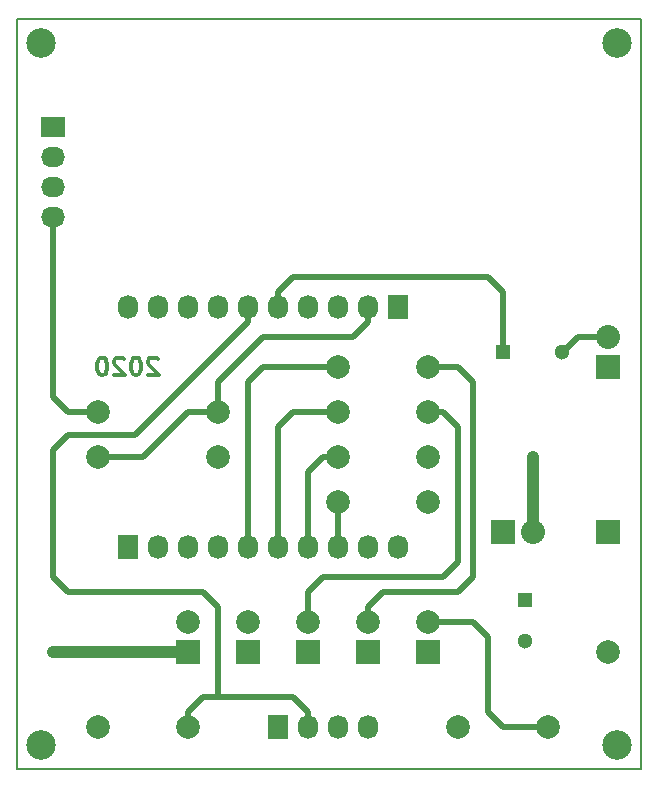
<source format=gbr>
G04 #@! TF.FileFunction,Copper,L2,Bot*
%FSLAX46Y46*%
G04 Gerber Fmt 4.6, Leading zero omitted, Abs format (unit mm)*
G04 Created by KiCad (PCBNEW 4.0.5+dfsg1-4) date Wed Jul 15 16:21:16 2020*
%MOMM*%
%LPD*%
G01*
G04 APERTURE LIST*
%ADD10C,0.150000*%
%ADD11C,0.300000*%
%ADD12C,1.998980*%
%ADD13R,2.000000X2.000000*%
%ADD14C,2.000000*%
%ADD15R,2.032000X1.727200*%
%ADD16O,2.032000X1.727200*%
%ADD17R,1.727200X2.032000*%
%ADD18O,1.727200X2.032000*%
%ADD19R,1.300000X1.300000*%
%ADD20C,1.300000*%
%ADD21R,2.032000X2.032000*%
%ADD22O,2.032000X2.032000*%
%ADD23R,1.998980X1.998980*%
%ADD24C,2.500000*%
%ADD25C,0.600000*%
%ADD26C,1.000000*%
%ADD27C,0.500000*%
G04 APERTURE END LIST*
D10*
D11*
X135921428Y-95841429D02*
X135849999Y-95770000D01*
X135707142Y-95698571D01*
X135349999Y-95698571D01*
X135207142Y-95770000D01*
X135135713Y-95841429D01*
X135064285Y-95984286D01*
X135064285Y-96127143D01*
X135135713Y-96341429D01*
X135992856Y-97198571D01*
X135064285Y-97198571D01*
X134135714Y-95698571D02*
X133992857Y-95698571D01*
X133850000Y-95770000D01*
X133778571Y-95841429D01*
X133707142Y-95984286D01*
X133635714Y-96270000D01*
X133635714Y-96627143D01*
X133707142Y-96912857D01*
X133778571Y-97055714D01*
X133850000Y-97127143D01*
X133992857Y-97198571D01*
X134135714Y-97198571D01*
X134278571Y-97127143D01*
X134350000Y-97055714D01*
X134421428Y-96912857D01*
X134492857Y-96627143D01*
X134492857Y-96270000D01*
X134421428Y-95984286D01*
X134350000Y-95841429D01*
X134278571Y-95770000D01*
X134135714Y-95698571D01*
X133064286Y-95841429D02*
X132992857Y-95770000D01*
X132850000Y-95698571D01*
X132492857Y-95698571D01*
X132350000Y-95770000D01*
X132278571Y-95841429D01*
X132207143Y-95984286D01*
X132207143Y-96127143D01*
X132278571Y-96341429D01*
X133135714Y-97198571D01*
X132207143Y-97198571D01*
X131278572Y-95698571D02*
X131135715Y-95698571D01*
X130992858Y-95770000D01*
X130921429Y-95841429D01*
X130850000Y-95984286D01*
X130778572Y-96270000D01*
X130778572Y-96627143D01*
X130850000Y-96912857D01*
X130921429Y-97055714D01*
X130992858Y-97127143D01*
X131135715Y-97198571D01*
X131278572Y-97198571D01*
X131421429Y-97127143D01*
X131492858Y-97055714D01*
X131564286Y-96912857D01*
X131635715Y-96627143D01*
X131635715Y-96270000D01*
X131564286Y-95984286D01*
X131492858Y-95841429D01*
X131421429Y-95770000D01*
X131278572Y-95698571D01*
D10*
X123952000Y-67056000D02*
X123952000Y-130556000D01*
X176784000Y-67056000D02*
X123952000Y-67056000D01*
X176784000Y-130556000D02*
X176784000Y-67056000D01*
X123952000Y-130556000D02*
X176784000Y-130556000D01*
D12*
X158750000Y-96520000D03*
X151130000Y-96520000D03*
X151130000Y-100330000D03*
X158750000Y-100330000D03*
X151130000Y-107950000D03*
X158750000Y-107950000D03*
X151130000Y-104140000D03*
X158750000Y-104140000D03*
X130810000Y-127000000D03*
X138430000Y-127000000D03*
X130810000Y-100330000D03*
X140970000Y-100330000D03*
X130810000Y-104140000D03*
X140970000Y-104140000D03*
D13*
X138430000Y-120650000D03*
D14*
X138430000Y-118110000D03*
D13*
X143510000Y-120650000D03*
D14*
X143510000Y-118110000D03*
D13*
X148590000Y-120650000D03*
D14*
X148590000Y-118110000D03*
D13*
X153670000Y-120650000D03*
D14*
X153670000Y-118110000D03*
D13*
X158750000Y-120650000D03*
D14*
X158750000Y-118110000D03*
D15*
X127000000Y-76200000D03*
D16*
X127000000Y-78740000D03*
X127000000Y-81280000D03*
X127000000Y-83820000D03*
D17*
X133350000Y-111760000D03*
D18*
X135890000Y-111760000D03*
X138430000Y-111760000D03*
X140970000Y-111760000D03*
X143510000Y-111760000D03*
X146050000Y-111760000D03*
X148590000Y-111760000D03*
X151130000Y-111760000D03*
X153670000Y-111760000D03*
X156210000Y-111760000D03*
D17*
X156210000Y-91440000D03*
D18*
X153670000Y-91440000D03*
X151130000Y-91440000D03*
X148590000Y-91440000D03*
X146050000Y-91440000D03*
X143510000Y-91440000D03*
X140970000Y-91440000D03*
X138430000Y-91440000D03*
X135890000Y-91440000D03*
X133350000Y-91440000D03*
D19*
X165100000Y-95250000D03*
D20*
X170100000Y-95250000D03*
D21*
X165100000Y-110490000D03*
D22*
X167640000Y-110490000D03*
D21*
X173990000Y-96520000D03*
D22*
X173990000Y-93980000D03*
D20*
X167005000Y-119705000D03*
D19*
X167005000Y-116205000D03*
D17*
X146050000Y-127000000D03*
D18*
X148590000Y-127000000D03*
X151130000Y-127000000D03*
X153670000Y-127000000D03*
D12*
X168910000Y-127000000D03*
X161290000Y-127000000D03*
X173992540Y-120650000D03*
D23*
X173992540Y-110490000D03*
D24*
X174752000Y-69088000D03*
X125984000Y-69088000D03*
X174752000Y-128524000D03*
X125984000Y-128524000D03*
D25*
X167640000Y-104140000D03*
X127000000Y-120650000D03*
D26*
X167640000Y-104140000D02*
X167640000Y-110490000D01*
X127000000Y-120650000D02*
X138430000Y-120650000D01*
D27*
X146050000Y-90170000D02*
X147320000Y-88900000D01*
X163830000Y-88900000D02*
X165100000Y-90170000D01*
X147320000Y-88900000D02*
X163830000Y-88900000D01*
X165100000Y-95250000D02*
X165100000Y-90170000D01*
X146050000Y-90170000D02*
X146050000Y-91440000D01*
X170100000Y-95250000D02*
X170180000Y-95250000D01*
X170180000Y-95250000D02*
X171450000Y-93980000D01*
X171450000Y-93980000D02*
X173990000Y-93980000D01*
X158750000Y-118110000D02*
X162560000Y-118110000D01*
X165100000Y-127000000D02*
X168910000Y-127000000D01*
X163830000Y-125730000D02*
X165100000Y-127000000D01*
X163830000Y-124460000D02*
X163830000Y-125730000D01*
X163830000Y-119380000D02*
X163830000Y-124460000D01*
X162560000Y-118110000D02*
X163830000Y-119380000D01*
X153670000Y-118110000D02*
X153670000Y-116840000D01*
X161290000Y-96520000D02*
X158750000Y-96520000D01*
X162560000Y-97790000D02*
X161290000Y-96520000D01*
X162560000Y-114300000D02*
X162560000Y-97790000D01*
X161290000Y-115570000D02*
X162560000Y-114300000D01*
X154940000Y-115570000D02*
X161290000Y-115570000D01*
X153670000Y-116840000D02*
X154940000Y-115570000D01*
X158750000Y-100330000D02*
X160020000Y-100330000D01*
X148590000Y-115570000D02*
X148590000Y-118110000D01*
X149860000Y-114300000D02*
X148590000Y-115570000D01*
X151130000Y-114300000D02*
X149860000Y-114300000D01*
X153670000Y-114300000D02*
X151130000Y-114300000D01*
X160020000Y-114300000D02*
X153670000Y-114300000D01*
X161290000Y-113030000D02*
X160020000Y-114300000D01*
X161290000Y-101600000D02*
X161290000Y-113030000D01*
X160020000Y-100330000D02*
X161290000Y-101600000D01*
X144780000Y-96520000D02*
X143510000Y-97790000D01*
X143510000Y-97790000D02*
X143510000Y-111760000D01*
X151130000Y-96520000D02*
X144780000Y-96520000D01*
X146050000Y-111760000D02*
X146050000Y-101600000D01*
X147320000Y-100330000D02*
X151130000Y-100330000D01*
X146050000Y-101600000D02*
X147320000Y-100330000D01*
X148590000Y-111760000D02*
X148590000Y-105410000D01*
X149860000Y-104140000D02*
X151130000Y-104140000D01*
X148590000Y-105410000D02*
X149860000Y-104140000D01*
X151130000Y-111760000D02*
X151130000Y-107950000D01*
X129540000Y-115570000D02*
X128270000Y-115570000D01*
X127000000Y-114300000D02*
X127000000Y-113030000D01*
X128270000Y-115570000D02*
X127000000Y-114300000D01*
X140970000Y-124460000D02*
X140970000Y-116840000D01*
X139700000Y-115570000D02*
X129540000Y-115570000D01*
X140970000Y-116840000D02*
X139700000Y-115570000D01*
X143510000Y-91440000D02*
X143510000Y-92710000D01*
X143510000Y-92710000D02*
X133985000Y-102235000D01*
X133985000Y-102235000D02*
X128270000Y-102235000D01*
X128270000Y-102235000D02*
X127000000Y-103505000D01*
X127000000Y-103505000D02*
X127000000Y-113030000D01*
X138430000Y-127000000D02*
X138430000Y-125730000D01*
X148590000Y-125730000D02*
X148590000Y-127000000D01*
X147320000Y-124460000D02*
X148590000Y-125730000D01*
X139700000Y-124460000D02*
X140970000Y-124460000D01*
X140970000Y-124460000D02*
X147320000Y-124460000D01*
X138430000Y-125730000D02*
X139700000Y-124460000D01*
X130810000Y-100330000D02*
X128270000Y-100330000D01*
X127000000Y-99060000D02*
X127000000Y-83820000D01*
X128270000Y-100330000D02*
X127000000Y-99060000D01*
X140970000Y-100330000D02*
X138430000Y-100330000D01*
X140970000Y-100330000D02*
X140970000Y-97790000D01*
X138430000Y-100330000D02*
X134620000Y-104140000D01*
X130810000Y-104140000D02*
X134620000Y-104140000D01*
X140970000Y-97790000D02*
X144780000Y-93980000D01*
X153670000Y-92710000D02*
X153670000Y-91440000D01*
X152400000Y-93980000D02*
X153670000Y-92710000D01*
X144780000Y-93980000D02*
X152400000Y-93980000D01*
M02*

</source>
